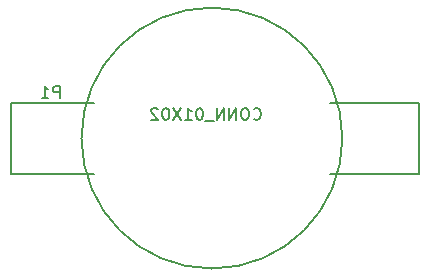
<source format=gbo>
G04 #@! TF.GenerationSoftware,KiCad,Pcbnew,no-vcs-found-7500~57~ubuntu16.04.1*
G04 #@! TF.CreationDate,2017-01-25T22:27:02+01:00*
G04 #@! TF.ProjectId,MultiUse_Battery_RFM69HCW,4D756C74695573655F42617474657279,rev?*
G04 #@! TF.FileFunction,Legend,Bot*
G04 #@! TF.FilePolarity,Positive*
%FSLAX46Y46*%
G04 Gerber Fmt 4.6, Leading zero omitted, Abs format (unit mm)*
G04 Created by KiCad (PCBNEW no-vcs-found-7500~57~ubuntu16.04.1) date Wed Jan 25 22:27:02 2017*
%MOMM*%
%LPD*%
G01*
G04 APERTURE LIST*
%ADD10C,0.100000*%
%ADD11C,0.150000*%
G04 APERTURE END LIST*
D10*
D11*
X121154000Y-64818000D02*
X113654000Y-64818000D01*
X121154000Y-70818000D02*
X113654000Y-70818000D01*
X114699361Y-67818000D02*
G75*
G03X114699361Y-67818000I-11045361J0D01*
G01*
X121154000Y-64818000D02*
X121154000Y-70818000D01*
X93654000Y-70818000D02*
X86654000Y-70818000D01*
X86654000Y-70818000D02*
X86654000Y-64818000D01*
X86654000Y-64818000D02*
X93654000Y-64818000D01*
X90755110Y-64410285D02*
X90755110Y-63410285D01*
X90374157Y-63410285D01*
X90278919Y-63457905D01*
X90231300Y-63505524D01*
X90183681Y-63600762D01*
X90183681Y-63743619D01*
X90231300Y-63838857D01*
X90278919Y-63886476D01*
X90374157Y-63934095D01*
X90755110Y-63934095D01*
X89231300Y-64410285D02*
X89802729Y-64410285D01*
X89517015Y-64410285D02*
X89517015Y-63410285D01*
X89612253Y-63553143D01*
X89707491Y-63648381D01*
X89802729Y-63696000D01*
X107177809Y-66175142D02*
X107225428Y-66222761D01*
X107368285Y-66270380D01*
X107463523Y-66270380D01*
X107606380Y-66222761D01*
X107701619Y-66127523D01*
X107749238Y-66032285D01*
X107796857Y-65841809D01*
X107796857Y-65698952D01*
X107749238Y-65508476D01*
X107701619Y-65413238D01*
X107606380Y-65318000D01*
X107463523Y-65270380D01*
X107368285Y-65270380D01*
X107225428Y-65318000D01*
X107177809Y-65365619D01*
X106558761Y-65270380D02*
X106368285Y-65270380D01*
X106273047Y-65318000D01*
X106177809Y-65413238D01*
X106130190Y-65603714D01*
X106130190Y-65937047D01*
X106177809Y-66127523D01*
X106273047Y-66222761D01*
X106368285Y-66270380D01*
X106558761Y-66270380D01*
X106654000Y-66222761D01*
X106749238Y-66127523D01*
X106796857Y-65937047D01*
X106796857Y-65603714D01*
X106749238Y-65413238D01*
X106654000Y-65318000D01*
X106558761Y-65270380D01*
X105701619Y-66270380D02*
X105701619Y-65270380D01*
X105130190Y-66270380D01*
X105130190Y-65270380D01*
X104654000Y-66270380D02*
X104654000Y-65270380D01*
X104082571Y-66270380D01*
X104082571Y-65270380D01*
X103844476Y-66365619D02*
X103082571Y-66365619D01*
X102654000Y-65270380D02*
X102558761Y-65270380D01*
X102463523Y-65318000D01*
X102415904Y-65365619D01*
X102368285Y-65460857D01*
X102320666Y-65651333D01*
X102320666Y-65889428D01*
X102368285Y-66079904D01*
X102415904Y-66175142D01*
X102463523Y-66222761D01*
X102558761Y-66270380D01*
X102654000Y-66270380D01*
X102749238Y-66222761D01*
X102796857Y-66175142D01*
X102844476Y-66079904D01*
X102892095Y-65889428D01*
X102892095Y-65651333D01*
X102844476Y-65460857D01*
X102796857Y-65365619D01*
X102749238Y-65318000D01*
X102654000Y-65270380D01*
X101368285Y-66270380D02*
X101939714Y-66270380D01*
X101654000Y-66270380D02*
X101654000Y-65270380D01*
X101749238Y-65413238D01*
X101844476Y-65508476D01*
X101939714Y-65556095D01*
X101034952Y-65270380D02*
X100368285Y-66270380D01*
X100368285Y-65270380D02*
X101034952Y-66270380D01*
X99796857Y-65270380D02*
X99701619Y-65270380D01*
X99606380Y-65318000D01*
X99558761Y-65365619D01*
X99511142Y-65460857D01*
X99463523Y-65651333D01*
X99463523Y-65889428D01*
X99511142Y-66079904D01*
X99558761Y-66175142D01*
X99606380Y-66222761D01*
X99701619Y-66270380D01*
X99796857Y-66270380D01*
X99892095Y-66222761D01*
X99939714Y-66175142D01*
X99987333Y-66079904D01*
X100034952Y-65889428D01*
X100034952Y-65651333D01*
X99987333Y-65460857D01*
X99939714Y-65365619D01*
X99892095Y-65318000D01*
X99796857Y-65270380D01*
X99082571Y-65365619D02*
X99034952Y-65318000D01*
X98939714Y-65270380D01*
X98701619Y-65270380D01*
X98606380Y-65318000D01*
X98558761Y-65365619D01*
X98511142Y-65460857D01*
X98511142Y-65556095D01*
X98558761Y-65698952D01*
X99130190Y-66270380D01*
X98511142Y-66270380D01*
M02*

</source>
